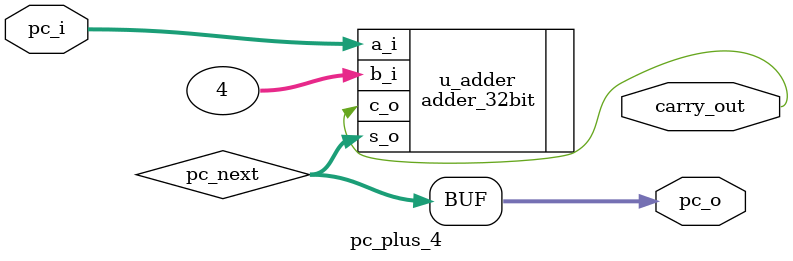
<source format=sv>
module pc_plus_4(
    input  logic [31:0] pc_i,
    output logic [31:0] pc_o,
    output logic        carry_out
);
    
	logic [31:0] pc_next;
    adder_32bit u_adder (
        .a_i(pc_i),
        .b_i(32'd4),
        .s_o(pc_next),
        .c_o(carry_out)
    );
	 assign pc_o = pc_next;
endmodule

</source>
